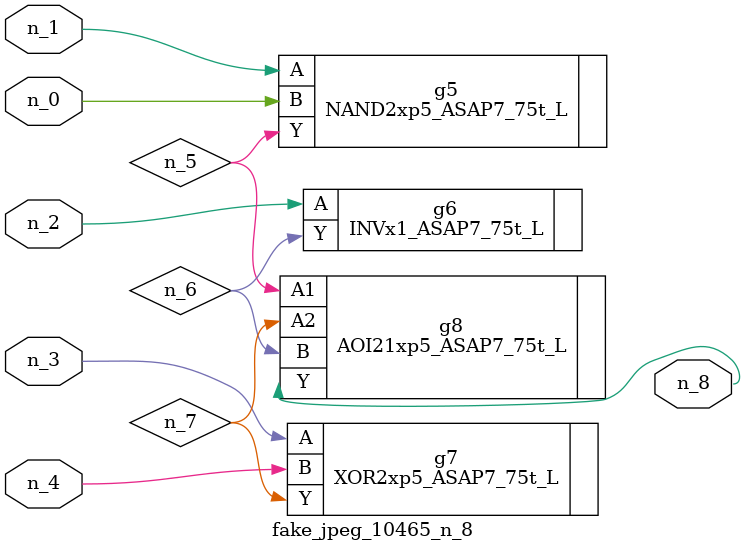
<source format=v>
module fake_jpeg_10465_n_8 (n_3, n_2, n_1, n_0, n_4, n_8);

input n_3;
input n_2;
input n_1;
input n_0;
input n_4;

output n_8;

wire n_6;
wire n_5;
wire n_7;

NAND2xp5_ASAP7_75t_L g5 ( 
.A(n_1),
.B(n_0),
.Y(n_5)
);

INVx1_ASAP7_75t_L g6 ( 
.A(n_2),
.Y(n_6)
);

XOR2xp5_ASAP7_75t_L g7 ( 
.A(n_3),
.B(n_4),
.Y(n_7)
);

AOI21xp5_ASAP7_75t_L g8 ( 
.A1(n_5),
.A2(n_7),
.B(n_6),
.Y(n_8)
);


endmodule
</source>
